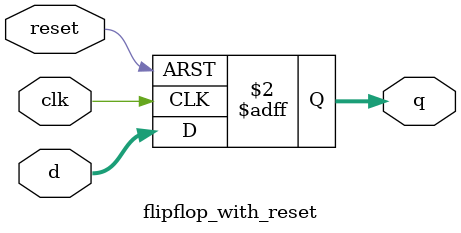
<source format=sv>
module flipflop_with_reset #(parameter WIDTH = 8)
    (input logic clk, reset,
	input logic [WIDTH-1:0] d,
	output logic [WIDTH-1:0] q);
 
	always_ff @(posedge clk, posedge reset)
		if (reset)	
			q <= 0;
		else
			q <= d;
 
endmodule


</source>
